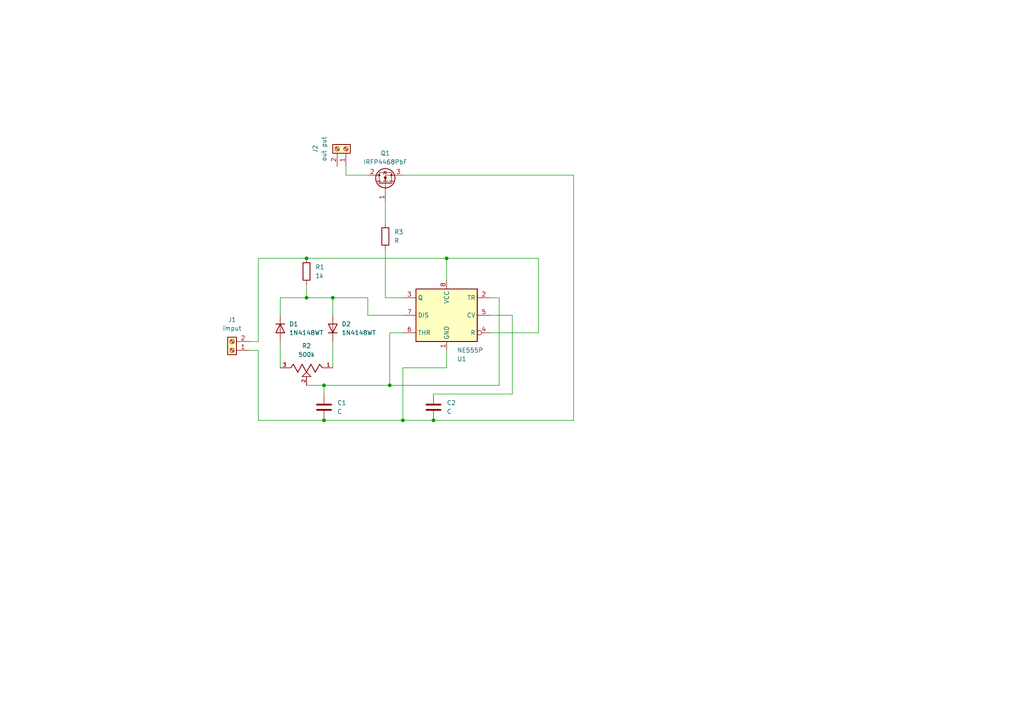
<source format=kicad_sch>
(kicad_sch (version 20231120) (generator "eeschema") (generator_version "8.0")
  (paper "A4")
  (lib_symbols
    (symbol "Connector:Screw_Terminal_01x02" (pin_names (offset 1.016) hide)
      (property "Reference" "J" (at 0 2.54 0))
      (property "Value" "Screw_Terminal_01x02" (at 0 -5.08 0))
      (symbol "Screw_Terminal_01x02_1_1"
        (rectangle (start -1.27 1.27) (end 1.27 -3.81) (stroke (width 0.254)) (fill (type background)))
        (circle (center 0 -2.54) (radius 0.635) (stroke (width 0.1524)))
        (polyline (pts (xy -0.5334 -2.2098) (xy 0.3302 -3.048)) (stroke (width 0.1524)))
        (polyline (pts (xy -0.5334 0.3302) (xy 0.3302 -0.508)) (stroke (width 0.1524)))
        (polyline (pts (xy -0.3556 -2.032) (xy 0.508 -2.8702)) (stroke (width 0.1524)))
        (polyline (pts (xy -0.3556 0.508) (xy 0.508 -0.3302)) (stroke (width 0.1524)))
        (circle (center 0 0) (radius 0.635) (stroke (width 0.1524)))
        (pin passive line (at -5.08 0 0) (length 3.81) (name "Pin_1") (number "1"))
        (pin passive line (at -5.08 -2.54 0) (length 3.81) (name "Pin_2") (number "2"))
      )
    )
    (symbol "Device:C" (pin_numbers hide) (pin_names (offset 0.254))
      (property "Reference" "C" (at 0.635 2.54 0))
      (property "Value" "C" (at 0.635 -2.54 0))
      (symbol "C_0_1"
        (polyline (pts (xy -2.032 -0.762) (xy 2.032 -0.762)) (stroke (width 0.508)))
        (polyline (pts (xy -2.032 0.762) (xy 2.032 0.762)) (stroke (width 0.508)))
      )
      (symbol "C_1_1"
        (pin passive line (at 0 3.81 270) (length 2.794) (name "~") (number "1"))
        (pin passive line (at 0 -3.81 90) (length 2.794) (name "~") (number "2"))
      )
    )
    (symbol "Device:R" (pin_numbers hide) (pin_names (offset 0))
      (property "Reference" "R" (at 2.032 0 90))
      (property "Value" "R" (at 0 0 90))
      (symbol "R_0_1"
        (rectangle (start -1.016 -2.54) (end 1.016 2.54) (stroke (width 0.254)))
      )
      (symbol "R_1_1"
        (pin passive line (at 0 3.81 270) (length 1.27) (name "~") (number "1"))
        (pin passive line (at 0 -3.81 90) (length 1.27) (name "~") (number "2"))
      )
    )
    (symbol "Diode:1N4148WT" (pin_numbers hide) (pin_names hide)
      (property "Reference" "D" (at 0 2.54 0))
      (property "Value" "1N4148WT" (at 0 -2.54 0))
      (symbol "1N4148WT_0_1"
        (polyline (pts (xy -1.27 1.27) (xy -1.27 -1.27)) (stroke (width 0.254)))
        (polyline (pts (xy 1.27 0) (xy -1.27 0)))
        (polyline (pts (xy 1.27 1.27) (xy 1.27 -1.27) (xy -1.27 0) (xy 1.27 1.27)) (stroke (width 0.254)))
      )
      (symbol "1N4148WT_1_1"
        (pin passive line (at -3.81 0 0) (length 2.54) (name "K") (number "1"))
        (pin passive line (at 3.81 0 180) (length 2.54) (name "A") (number "2"))
      )
    )
    (symbol "PT01-B120K2-A102:PT01-B120K2-A102" (pin_names (offset 1.016))
      (property "Reference" "R" (at -7.62 10.16 0))
      (property "Value" "PT01-B120K2-A102" (at -7.62 -5.08 0))
      (symbol "PT01-B120K2-A102_0_0"
        (polyline (pts (xy -4.572 0) (xy -5.08 0)) (stroke (width 0.1524)))
        (polyline (pts (xy -3.81 -1.016) (xy -4.572 0)) (stroke (width 0.254)))
        (polyline (pts (xy -2.54 1.27) (xy -3.81 -1.016)) (stroke (width 0.254)))
        (polyline (pts (xy -1.27 -1.016) (xy -2.54 1.27)) (stroke (width 0.254)))
        (polyline (pts (xy -1.27 2.54) (xy 1.27 2.54)) (stroke (width 0.2032)))
        (polyline (pts (xy 0 1.27) (xy -1.27 -1.016)) (stroke (width 0.254)))
        (polyline (pts (xy 0 1.27) (xy -1.27 2.54)) (stroke (width 0.2032)))
        (polyline (pts (xy 1.27 -1.016) (xy 0 1.27)) (stroke (width 0.254)))
        (polyline (pts (xy 1.27 2.54) (xy 0 1.27)) (stroke (width 0.2032)))
        (polyline (pts (xy 2.54 1.27) (xy 1.27 -1.016)) (stroke (width 0.254)))
        (polyline (pts (xy 3.81 -1.016) (xy 2.54 1.27)) (stroke (width 0.254)))
        (polyline (pts (xy 4.572 0) (xy 3.81 -1.016)) (stroke (width 0.254)))
        (polyline (pts (xy 5.08 0) (xy 4.572 0)) (stroke (width 0.1524)))
        (pin passive line (at -7.62 0 0) (length 2.54) (name "~") (number "1"))
        (pin passive line (at 0 5.08 270) (length 2.54) (name "~") (number "2"))
        (pin passive line (at 7.62 0 180) (length 2.54) (name "~") (number "3"))
      )
    )
    (symbol "Timer:NE555P"
      (property "Reference" "U" (at -10.16 8.89 0))
      (property "Value" "NE555P" (at 2.54 8.89 0))
      (symbol "NE555P_0_0"
        (pin power_in line (at 0 -10.16 90) (length 2.54) (name "GND") (number "1"))
        (pin power_in line (at 0 10.16 270) (length 2.54) (name "VCC") (number "8"))
      )
      (symbol "NE555P_0_1"
        (rectangle (start -8.89 -7.62) (end 8.89 7.62) (stroke (width 0.254)) (fill (type background)))
        (rectangle (start -8.89 -7.62) (end 8.89 7.62) (stroke (width 0.254)) (fill (type background)))
      )
      (symbol "NE555P_1_1"
        (pin input line (at -12.7 5.08 0) (length 3.81) (name "TR") (number "2"))
        (pin output line (at 12.7 5.08 180) (length 3.81) (name "Q") (number "3"))
        (pin input inverted (at -12.7 -5.08 0) (length 3.81) (name "R") (number "4"))
        (pin input line (at -12.7 0 0) (length 3.81) (name "CV") (number "5"))
        (pin input line (at 12.7 -5.08 180) (length 3.81) (name "THR") (number "6"))
        (pin input line (at 12.7 0 180) (length 3.81) (name "DIS") (number "7"))
      )
    )
    (symbol "Transistor_FET:IRFP4468PbF" (pin_names hide)
      (property "Reference" "Q" (at 5.08 1.905 0))
      (property "Value" "IRFP4468PbF" (at 5.08 0 0))
      (symbol "IRFP4468PbF_0_1"
        (polyline (pts (xy 0.254 0) (xy -2.54 0)))
        (polyline (pts (xy 0.254 1.905) (xy 0.254 -1.905)) (stroke (width 0.254)))
        (polyline (pts (xy 0.762 -1.27) (xy 0.762 -2.286)) (stroke (width 0.254)))
        (polyline (pts (xy 0.762 0.508) (xy 0.762 -0.508)) (stroke (width 0.254)))
        (polyline (pts (xy 0.762 2.286) (xy 0.762 1.27)) (stroke (width 0.254)))
        (polyline (pts (xy 2.54 2.54) (xy 2.54 1.778)))
        (polyline (pts (xy 2.54 -2.54) (xy 2.54 0) (xy 0.762 0)))
        (polyline (pts (xy 0.762 -1.778) (xy 3.302 -1.778) (xy 3.302 1.778) (xy 0.762 1.778)))
        (polyline (pts (xy 1.016 0) (xy 2.032 0.381) (xy 2.032 -0.381) (xy 1.016 0)) (fill (type outline)))
        (polyline (pts (xy 2.794 0.508) (xy 2.921 0.381) (xy 3.683 0.381) (xy 3.81 0.254)))
        (polyline (pts (xy 3.302 0.381) (xy 2.921 -0.254) (xy 3.683 -0.254) (xy 3.302 0.381)))
        (circle (center 1.651 0) (radius 2.794) (stroke (width 0.254)))
        (circle (center 2.54 -1.778) (radius 0.254) (fill (type outline)))
        (circle (center 2.54 1.778) (radius 0.254) (fill (type outline)))
      )
      (symbol "IRFP4468PbF_1_1"
        (pin input line (at -5.08 0 0) (length 2.54) (name "G") (number "1"))
        (pin passive line (at 2.54 5.08 270) (length 2.54) (name "D") (number "2"))
        (pin passive line (at 2.54 -5.08 90) (length 2.54) (name "S") (number "3"))
      )
    )
  )
  (junction (at 93.98 111.76))
  (junction (at 125.73 121.92))
  (junction (at 116.84 121.92))
  (junction (at 93.98 121.92))
  (junction (at 88.9 86.36))
  (junction (at 96.52 86.36))
  (junction (at 129.54 74.93))
  (junction (at 113.03 111.76))
  (junction (at 88.9 74.93))
  (wire (pts (xy 129.54 74.93) (xy 88.9 74.93)))
  (wire (pts (xy 81.28 99.06) (xy 81.28 106.68)))
  (wire (pts (xy 116.84 50.8) (xy 166.37 50.8)))
  (wire (pts (xy 142.24 96.52) (xy 156.21 96.52)))
  (wire (pts (xy 166.37 121.92) (xy 125.73 121.92)))
  (wire (pts (xy 166.37 50.8) (xy 166.37 121.92)))
  (wire (pts (xy 74.93 99.06) (xy 72.39 99.06)))
  (wire (pts (xy 116.84 96.52) (xy 113.03 96.52)))
  (wire (pts (xy 96.52 86.36) (xy 88.9 86.36)))
  (wire (pts (xy 96.52 91.44) (xy 96.52 86.36)))
  (wire (pts (xy 93.98 111.76) (xy 113.03 111.76)))
  (wire (pts (xy 116.84 86.36) (xy 111.76 86.36)))
  (wire (pts (xy 100.33 50.8) (xy 100.33 48.26)))
  (wire (pts (xy 93.98 111.76) (xy 93.98 114.3)))
  (wire (pts (xy 74.93 121.92) (xy 74.93 101.6)))
  (wire (pts (xy 148.59 114.3) (xy 125.73 114.3)))
  (wire (pts (xy 88.9 74.93) (xy 74.93 74.93)))
  (wire (pts (xy 96.52 99.06) (xy 96.52 106.68)))
  (wire (pts (xy 116.84 106.68) (xy 116.84 121.92)))
  (wire (pts (xy 129.54 81.28) (xy 129.54 74.93)))
  (wire (pts (xy 129.54 74.93) (xy 156.21 74.93)))
  (wire (pts (xy 81.28 86.36) (xy 88.9 86.36)))
  (wire (pts (xy 88.9 82.55) (xy 88.9 86.36)))
  (wire (pts (xy 156.21 96.52) (xy 156.21 74.93)))
  (wire (pts (xy 93.98 121.92) (xy 116.84 121.92)))
  (wire (pts (xy 144.78 86.36) (xy 144.78 111.76)))
  (wire (pts (xy 106.68 91.44) (xy 106.68 86.36)))
  (wire (pts (xy 113.03 96.52) (xy 113.03 111.76)))
  (wire (pts (xy 88.9 111.76) (xy 93.98 111.76)))
  (wire (pts (xy 93.98 121.92) (xy 74.93 121.92)))
  (wire (pts (xy 111.76 58.42) (xy 111.76 64.77)))
  (wire (pts (xy 106.68 50.8) (xy 100.33 50.8)))
  (wire (pts (xy 142.24 86.36) (xy 144.78 86.36)))
  (wire (pts (xy 129.54 101.6) (xy 129.54 106.68)))
  (wire (pts (xy 81.28 91.44) (xy 81.28 86.36)))
  (wire (pts (xy 116.84 121.92) (xy 125.73 121.92)))
  (wire (pts (xy 148.59 91.44) (xy 148.59 114.3)))
  (wire (pts (xy 74.93 74.93) (xy 74.93 99.06)))
  (wire (pts (xy 144.78 111.76) (xy 113.03 111.76)))
  (wire (pts (xy 106.68 86.36) (xy 96.52 86.36)))
  (wire (pts (xy 129.54 106.68) (xy 116.84 106.68)))
  (wire (pts (xy 116.84 91.44) (xy 106.68 91.44)))
  (wire (pts (xy 142.24 91.44) (xy 148.59 91.44)))
  (wire (pts (xy 111.76 72.39) (xy 111.76 86.36)))
  (wire (pts (xy 74.93 101.6) (xy 72.39 101.6)))
  (symbol (lib_id "Diode:1N4148WT") (at 81.28 95.25 270) (unit 1)
    (property "Reference" "D1" (at 83.82 93.9799 90) (effects (justify left)))
    (property "Value" "1N4148WT" (at 83.82 96.5199 90) (effects (justify left)))
    (property "Footprint" "Diode_SMD:D_SOD-523" (effects (hide yes)))
    (property "Datasheet" "https://www.diodes.com/assets/Datasheets/ds30396.pdf" (effects (hide yes)))
    (property "Description" "75V 0.15A Fast switching Diode, SOD-523" (effects (hide yes)))
    (property "Sim.Device" "D" (effects (hide yes)))
    (property "Sim.Pins" "1=K 2=A" (effects (hide yes)))
  )
  (symbol (lib_id "Device:C") (at 125.73 118.11 0) (unit 1)
    (property "Reference" "C2" (at 129.54 116.8399 0) (effects (justify left)))
    (property "Value" "C" (at 129.54 119.3799 0) (effects (justify left)))
    (property "Footprint" "Capacitor_THT:C_Axial_L3.8mm_D2.6mm_P10.00mm_Horizontal" (effects (hide yes)))
    (property "Description" "Unpolarized capacitor" (effects (hide yes)))
  )
  (symbol (lib_id "Device:C") (at 93.98 118.11 0) (unit 1)
    (property "Reference" "C1" (at 97.79 116.8399 0) (effects (justify left)))
    (property "Value" "C" (at 97.79 119.3799 0) (effects (justify left)))
    (property "Footprint" "Capacitor_THT:C_Axial_L3.8mm_D2.6mm_P10.00mm_Horizontal" (effects (hide yes)))
    (property "Description" "Unpolarized capacitor" (effects (hide yes)))
  )
  (symbol (lib_id "Diode:1N4148WT") (at 96.52 95.25 90) (unit 1)
    (property "Reference" "D2" (at 99.06 93.9799 90) (effects (justify right)))
    (property "Value" "1N4148WT" (at 99.06 96.5199 90) (effects (justify right)))
    (property "Footprint" "Diode_SMD:D_SOD-523" (effects (hide yes)))
    (property "Datasheet" "https://www.diodes.com/assets/Datasheets/ds30396.pdf" (effects (hide yes)))
    (property "Description" "75V 0.15A Fast switching Diode, SOD-523" (effects (hide yes)))
    (property "Sim.Device" "D" (effects (hide yes)))
    (property "Sim.Pins" "1=K 2=A" (effects (hide yes)))
  )
  (symbol (lib_id "Connector:Screw_Terminal_01x02") (at 67.31 101.6 180) (unit 1)
    (property "Reference" "J1" (at 67.31 92.71 0))
    (property "Value" "imput" (at 67.31 95.25 0))
    (property "Footprint" "TerminalBlock:TerminalBlock_Altech_AK300-2_P5.00mm" (effects (hide yes)))
    (property "Description" "Generic screw terminal, single row, 01x02, script generated (kicad-library-utils/schlib/autogen/connector/)" (effects (hide yes)))
  )
  (symbol (lib_id "PT01-B120K2-A102:PT01-B120K2-A102") (at 88.9 106.68 180) (unit 1)
    (property "Reference" "R2" (at 88.9 100.33 0))
    (property "Value" "500k" (at 88.9 102.87 0))
    (property "Footprint" "PT01-B120K2-A102:TRIM_PT01-B120K2-A102" (effects (hide yes)))
    (property "MF" "CUI Devices" (effects (hide yes)))
    (property "MAXIMUM_PACKAGE_HEIGHT" "15.5 mm" (effects (hide yes)))
    (property "Package" "None" (effects (hide yes)))
    (property "Price" "None" (effects (hide yes)))
    (property "Check_prices" "https://www.snapeda.com/parts/PT01-B120K2-A102/CUI+Devices/view-part/?ref=eda" (effects (hide yes)))
    (property "STANDARD" "Manufacturer Recommendations" (effects (hide yes)))
    (property "PARTREV" "1.0" (effects (hide yes)))
    (property "SnapEDA_Link" "https://www.snapeda.com/parts/PT01-B120K2-A102/CUI+Devices/view-part/?ref=snap" (effects (hide yes)))
    (property "MP" "PT01-B120K2-A102" (effects (hide yes)))
    (property "Purchase-URL" "https://www.snapeda.com/api/url_track_click_mouser/?unipart_id=11811988&manufacturer=CUI Devices&part_name=PT01-B120K2-A102&search_term=potentiometer" (effects (hide yes)))
    (property "Description_1" "10 mm, Vertical, Logarithmic, 1 kΩ, Through Hole, Knurled (40 Teeth) Rotary Potentiometer" (effects (hide yes)))
    (property "CUI_purchase_URL" "https://www.cuidevices.com/product/motion-and-control/potentiometers/rotary-potentiometers/pt01-b120k2-a102?utm_source=snapeda.com&utm_medium=referral&utm_campaign=snapedaBOM" (effects (hide yes)))
    (property "Availability" "In Stock" (effects (hide yes)))
    (property "MANUFACTURER" "CUI Devices" (effects (hide yes)))
  )
  (symbol (lib_id "Device:R") (at 111.76 68.58 0) (unit 1)
    (property "Reference" "R3" (at 114.3 67.3099 0) (effects (justify left)))
    (property "Value" "R" (at 114.3 69.8499 0) (effects (justify left)))
    (property "Footprint" "Resistor_THT:R_Axial_DIN0207_L6.3mm_D2.5mm_P10.16mm_Horizontal" (effects (hide yes)))
    (property "Description" "Resistor" (effects (hide yes)))
  )
  (symbol (lib_id "Connector:Screw_Terminal_01x02") (at 100.33 43.18 270) (mirror x) (unit 1)
    (property "Reference" "J2" (at 91.44 43.18 0))
    (property "Value" "out put" (at 93.98 43.18 0))
    (property "Footprint" "TerminalBlock:TerminalBlock_Altech_AK300-2_P5.00mm" (effects (hide yes)))
    (property "Description" "Generic screw terminal, single row, 01x02, script generated (kicad-library-utils/schlib/autogen/connector/)" (effects (hide yes)))
  )
  (symbol (lib_id "Device:R") (at 88.9 78.74 0) (unit 1)
    (property "Reference" "R1" (at 91.44 77.4699 0) (effects (justify left)))
    (property "Value" "1k" (at 91.44 80.0099 0) (effects (justify left)))
    (property "Footprint" "Resistor_THT:R_Axial_DIN0309_L9.0mm_D3.2mm_P12.70mm_Horizontal" (effects (hide yes)))
    (property "Description" "Resistor" (effects (hide yes)))
  )
  (symbol (lib_id "Transistor_FET:IRFP4468PbF") (at 111.76 53.34 90) (unit 1)
    (property "Reference" "Q1" (at 111.76 44.45 90))
    (property "Value" "IRFP4468PbF" (at 111.76 46.99 90))
    (property "Footprint" "Package_TO_SOT_THT:TO-247-3_Horizontal_TabDown" (effects (hide yes)))
    (property "Datasheet" "https://www.infineon.com/dgdl/irfp4468pbf.pdf?fileId=5546d462533600a40153562c73472019" (effects (hide yes)))
    (property "Description" "195A Id, 100V Vds, N-Channel Power MOSFET, TO-247" (effects (hide yes)))
  )
  (symbol (lib_id "Timer:NE555P") (at 129.54 91.44 0) (mirror y) (unit 1)
    (property "Reference" "U1" (at 132.5565 104.14 0) (effects (justify right)))
    (property "Value" "NE555P" (at 132.5565 101.6 0) (effects (justify right)))
    (property "Footprint" "Package_DIP:DIP-8_W7.62mm_LongPads" (effects (hide yes)))
    (property "Datasheet" "http://www.ti.com/lit/ds/symlink/ne555.pdf" (effects (hide yes)))
    (property "Description" "Precision Timers, 555 compatible,  PDIP-8" (effects (hide yes)))
  )
)
</source>
